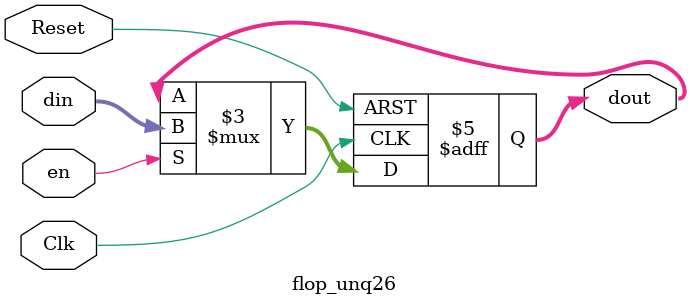
<source format=sv>

/* *****************************************************************************
 * File: flop.vp
 * 
 * Description:
 * Genesis2 flip-flop generator.
 * 
 * Required Genesis2 Controlable Parameters:
 * * Type		- Constant, Flop, RFlop, EFlop, or REFlop
 * * Width		- integer value specifying register width
 * * Default		- default value for the flop 
 *			 (only applies when flop_type=constant|rflop|reflop)
 * * SyncMode		- Sync or ASync flop * Change bar:
 * 
 * 
 * -----------
 * Date          Author   Description
 * Mar 30, 2010  shacham  init version  --  
 * May 20, 2014  jingpu   Add Async mode, change to active low reset
 * 
 * ****************************************************************************/


/*******************************************************************************
 * REQUIRED PARAMETERIZATION
 ******************************************************************************/
// Type (_GENESIS2_INHERITANCE_PRIORITY_) = REFlop
//
// Default (_GENESIS2_INHERITANCE_PRIORITY_) = 6
//
// Width (_GENESIS2_INHERITANCE_PRIORITY_) = 5
//
// SyncMode (_GENESIS2_DECLARATION_PRIORITY_) = ASync
//

module flop_unq26(
	       //inputs
	       input wire logic 		   Clk,
	       input wire logic [4:0]  din,
	       input wire logic 		   Reset,
	       input wire logic 		   en,

	       //outputs
	       output logic [4:0] dout
	       );


   /* synopsys dc_tcl_script_begin
    set_dont_retime [current_design] true
    set_optimize_registers false -design [current_design]
    */
   


   
   always_ff @(posedge Clk or negedge Reset) begin
      if (!Reset) 
	dout <= 5'h6;
      else if (en)
	dout <= din;
   end

endmodule : flop_unq26

</source>
